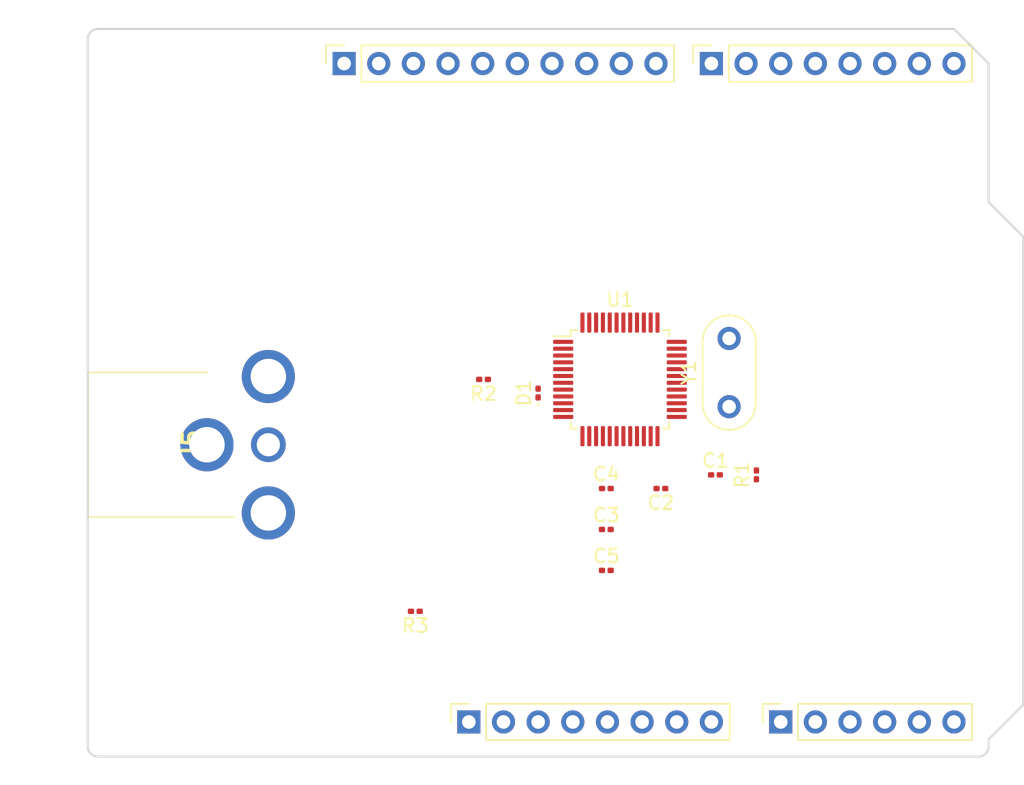
<source format=kicad_pcb>
(kicad_pcb (version 20221018) (generator pcbnew)
  (title_block (date "mar. 31 mars 2015"))
  (layers (0 "F.Cu" signal) (31 "B.Cu" signal) (34 "B.Paste" user) (35 "F.Paste" user) (36 "B.SilkS" user "B.Silkscreen") (37 "F.SilkS" user "F.Silkscreen") (38 "B.Mask" user) (39 "F.Mask" user) (44 "Edge.Cuts" user))
  (net 0 "")
  (net 1 "GND")
  (net 3 "+5V")
  (net 4 "/IOREF")
  (net 5 "/A0")
  (net 6 "/A1")
  (net 7 "/A2")
  (net 8 "/A3")
  (net 9 "/XtalIn")
  (net 10 "/XtalOut")
  (net 11 "/13")
  (net 12 "Net-(D1-A2)")
  (net 13 "/AREF")
  (net 14 "/8")
  (net 15 "/PB03")
  (net 16 "/*11")
  (net 17 "/*10")
  (net 18 "/*9")
  (net 19 "/4")
  (net 20 "/2")
  (net 21 "/*6")
  (net 22 "/*5")
  (net 23 "/PB02")
  (net 24 "/*3")
  (net 25 "/A4")
  (net 26 "+3V3")
  (net 27 "VCC")
  (net 28 "/~{RESET}")
  (net 29 "/A5")
  (net 30 "/PA22")
  (net 31 "/PA23")
  (net 32 "/VideoOut0")
  (net 33 "Net-(J5-In)")
  (footprint "Connector_PinSocket_2.54mm:PinSocket_1x08_P2.54mm_Vertical" (layer "F.Cu") (at 127.94 97.46 90)
    (fp_text reference "J1" hide)
    (fp_text value "Power")
    (fp_line (start -1.33 1.27) (end -1.33 19.11) (stroke (width 0.12)) (layer "F.SilkS"))
    (fp_line (start -1.33 1.27) (end 1.33 1.27) (stroke (width 0.12)) (layer "F.SilkS"))
    (fp_line (start -1.33 19.11) (end 1.33 19.11) (stroke (width 0.12)) (layer "F.SilkS"))
    (fp_line (start 0 -1.33) (end 1.33 -1.33) (stroke (width 0.12)) (layer "F.SilkS"))
    (fp_line (start 1.33 -1.33) (end 1.33 0) (stroke (width 0.12)) (layer "F.SilkS"))
    (fp_line (start 1.33 1.27) (end 1.33 19.11) (stroke (width 0.12)) (layer "F.SilkS"))
    (pad "1" thru_hole rect (at 0 0 90) (size 1.7 1.7) (drill 1) (layers "*.Cu" "*.Mask"))
    (pad "2" thru_hole oval (at 0 2.54 90) (size 1.7 1.7) (drill 1) (layers "*.Cu" "*.Mask") (net 4 "/IOREF"))
    (pad "3" thru_hole oval (at 0 5.08 90) (size 1.7 1.7) (drill 1) (layers "*.Cu" "*.Mask") (net 28 "/~{RESET}"))
    (pad "4" thru_hole oval (at 0 7.62 90) (size 1.7 1.7) (drill 1) (layers "*.Cu" "*.Mask") (net 26 "+3V3"))
    (pad "5" thru_hole oval (at 0 10.16 90) (size 1.7 1.7) (drill 1) (layers "*.Cu" "*.Mask") (net 3 "+5V"))
    (pad "6" thru_hole oval (at 0 12.7 90) (size 1.7 1.7) (drill 1) (layers "*.Cu" "*.Mask") (net 1 "GND"))
    (pad "7" thru_hole oval (at 0 15.24 90) (size 1.7 1.7) (drill 1) (layers "*.Cu" "*.Mask") (net 1 "GND"))
    (pad "8" thru_hole oval (at 0 17.78 90) (size 1.7 1.7) (drill 1) (layers "*.Cu" "*.Mask") (net 27 "VCC"))
  )
  (footprint "Connector_PinSocket_2.54mm:PinSocket_1x06_P2.54mm_Vertical" (layer "F.Cu") (at 150.8 97.46 90)
    (fp_text reference "J3" hide)
    (fp_text value "Analog")
    (fp_line (start -1.33 1.27) (end -1.33 14.03) (stroke (width 0.12)) (layer "F.SilkS"))
    (fp_line (start -1.33 1.27) (end 1.33 1.27) (stroke (width 0.12)) (layer "F.SilkS"))
    (fp_line (start -1.33 14.03) (end 1.33 14.03) (stroke (width 0.12)) (layer "F.SilkS"))
    (fp_line (start 0 -1.33) (end 1.33 -1.33) (stroke (width 0.12)) (layer "F.SilkS"))
    (fp_line (start 1.33 -1.33) (end 1.33 0) (stroke (width 0.12)) (layer "F.SilkS"))
    (fp_line (start 1.33 1.27) (end 1.33 14.03) (stroke (width 0.12)) (layer "F.SilkS"))
    (pad "1" thru_hole rect (at 0 0 90) (size 1.7 1.7) (drill 1) (layers "*.Cu" "*.Mask") (net 5 "/A0"))
    (pad "2" thru_hole oval (at 0 2.54 90) (size 1.7 1.7) (drill 1) (layers "*.Cu" "*.Mask") (net 6 "/A1"))
    (pad "3" thru_hole oval (at 0 5.08 90) (size 1.7 1.7) (drill 1) (layers "*.Cu" "*.Mask") (net 7 "/A2"))
    (pad "4" thru_hole oval (at 0 7.62 90) (size 1.7 1.7) (drill 1) (layers "*.Cu" "*.Mask") (net 8 "/A3"))
    (pad "5" thru_hole oval (at 0 10.16 90) (size 1.7 1.7) (drill 1) (layers "*.Cu" "*.Mask") (net 25 "/A4"))
    (pad "6" thru_hole oval (at 0 12.7 90) (size 1.7 1.7) (drill 1) (layers "*.Cu" "*.Mask") (net 29 "/A5"))
  )
  (footprint "Connector_PinSocket_2.54mm:PinSocket_1x10_P2.54mm_Vertical" (layer "F.Cu") (at 118.796 49.2 90)
    (fp_text reference "J2" hide)
    (fp_text value "Digital/PWM")
    (fp_line (start -1.33 1.27) (end -1.33 24.19) (stroke (width 0.12)) (layer "F.SilkS"))
    (fp_line (start -1.33 1.27) (end 1.33 1.27) (stroke (width 0.12)) (layer "F.SilkS"))
    (fp_line (start -1.33 24.19) (end 1.33 24.19) (stroke (width 0.12)) (layer "F.SilkS"))
    (fp_line (start 0 -1.33) (end 1.33 -1.33) (stroke (width 0.12)) (layer "F.SilkS"))
    (fp_line (start 1.33 -1.33) (end 1.33 0) (stroke (width 0.12)) (layer "F.SilkS"))
    (fp_line (start 1.33 1.27) (end 1.33 24.19) (stroke (width 0.12)) (layer "F.SilkS"))
    (pad "1" thru_hole rect (at 0 0 90) (size 1.7 1.7) (drill 1) (layers "*.Cu" "*.Mask") (net 15 "/PB03"))
    (pad "2" thru_hole oval (at 0 2.54 90) (size 1.7 1.7) (drill 1) (layers "*.Cu" "*.Mask") (net 23 "/PB02"))
    (pad "3" thru_hole oval (at 0 5.08 90) (size 1.7 1.7) (drill 1) (layers "*.Cu" "*.Mask") (net 13 "/AREF"))
    (pad "4" thru_hole oval (at 0 7.62 90) (size 1.7 1.7) (drill 1) (layers "*.Cu" "*.Mask") (net 1 "GND"))
    (pad "5" thru_hole oval (at 0 10.16 90) (size 1.7 1.7) (drill 1) (layers "*.Cu" "*.Mask") (net 11 "/13"))
    (pad "6" thru_hole oval (at 0 12.7 90) (size 1.7 1.7) (drill 1) (layers "*.Cu" "*.Mask") (net 22 "/*5"))
    (pad "7" thru_hole oval (at 0 15.24 90) (size 1.7 1.7) (drill 1) (layers "*.Cu" "*.Mask") (net 16 "/*11"))
    (pad "8" thru_hole oval (at 0 17.78 90) (size 1.7 1.7) (drill 1) (layers "*.Cu" "*.Mask") (net 17 "/*10"))
    (pad "9" thru_hole oval (at 0 20.32 90) (size 1.7 1.7) (drill 1) (layers "*.Cu" "*.Mask") (net 18 "/*9"))
    (pad "10" thru_hole oval (at 0 22.86 90) (size 1.7 1.7) (drill 1) (layers "*.Cu" "*.Mask") (net 14 "/8"))
  )
  (footprint "Connector_PinSocket_2.54mm:PinSocket_1x08_P2.54mm_Vertical" (layer "F.Cu") (at 145.72 49.2 90)
    (fp_text reference "J4" hide)
    (fp_text value "Digital/PWM")
    (fp_line (start -1.33 1.27) (end -1.33 19.11) (stroke (width 0.12)) (layer "F.SilkS"))
    (fp_line (start -1.33 1.27) (end 1.33 1.27) (stroke (width 0.12)) (layer "F.SilkS"))
    (fp_line (start -1.33 19.11) (end 1.33 19.11) (stroke (width 0.12)) (layer "F.SilkS"))
    (fp_line (start 0 -1.33) (end 1.33 -1.33) (stroke (width 0.12)) (layer "F.SilkS"))
    (fp_line (start 1.33 -1.33) (end 1.33 0) (stroke (width 0.12)) (layer "F.SilkS"))
    (fp_line (start 1.33 1.27) (end 1.33 19.11) (stroke (width 0.12)) (layer "F.SilkS"))
    (pad "1" thru_hole rect (at 0 0 90) (size 1.7 1.7) (drill 1) (layers "*.Cu" "*.Mask") (net 11 "/13"))
    (pad "2" thru_hole oval (at 0 2.54 90) (size 1.7 1.7) (drill 1) (layers "*.Cu" "*.Mask") (net 21 "/*6"))
    (pad "3" thru_hole oval (at 0 5.08 90) (size 1.7 1.7) (drill 1) (layers "*.Cu" "*.Mask") (net 22 "/*5"))
    (pad "4" thru_hole oval (at 0 7.62 90) (size 1.7 1.7) (drill 1) (layers "*.Cu" "*.Mask") (net 19 "/4"))
    (pad "5" thru_hole oval (at 0 10.16 90) (size 1.7 1.7) (drill 1) (layers "*.Cu" "*.Mask") (net 24 "/*3"))
    (pad "6" thru_hole oval (at 0 12.7 90) (size 1.7 1.7) (drill 1) (layers "*.Cu" "*.Mask") (net 20 "/2"))
    (pad "7" thru_hole oval (at 0 15.24 90) (size 1.7 1.7) (drill 1) (layers "*.Cu" "*.Mask") (net 30 "/PA22"))
    (pad "8" thru_hole oval (at 0 17.78 90) (size 1.7 1.7) (drill 1) (layers "*.Cu" "*.Mask") (net 31 "/PA23"))
  )
  (footprint "Capacitor_SMD:C_0201_0603Metric" (layer "F.Cu") (at 138.0175 83.35)
    (fp_text reference "C3" (at 0 -1.05) (layer "F.SilkS"))
    (fp_text value "100nF")
    (pad "1" smd roundrect (at -0.32 0) (size 0.46 0.4) (layers "F.Cu" "F.Mask") (net 1 "GND"))
    (pad "2" smd roundrect (at 0.32 0) (size 0.46 0.4) (layers "F.Cu" "F.Mask") (net 26 "+3V3"))
  )
  (footprint "Capacitor_SMD:C_0201_0603Metric" (layer "F.Cu") (at 146.0175 79.35)
    (fp_text reference "C1" (at 0 -1.05) (layer "F.SilkS"))
    (fp_text value "10pF")
    (pad "1" smd roundrect (at -0.32 0) (size 0.46 0.4) (layers "F.Cu" "F.Mask") (net 1 "GND"))
    (pad "2" smd roundrect (at 0.32 0) (size 0.46 0.4) (layers "F.Cu" "F.Mask") (net 9 "/XtalIn"))
  )
  (footprint "Arduino_MountingHole:MountingHole_3.2mm" (layer "F.Cu") (at 115.24 49.2)
    (fp_text reference "MH1" hide)
    (fp_text value "MountingHole_3.2mm" hide)
    (pad "" np_thru_hole circle (at 0 0) (size 3.2 3.2) (drill 3.2) (layers "*.Cu" "*.Mask"))
  )
  (footprint "Package_QFP:LQFP-48_7x7mm_P0.5mm" (layer "F.Cu") (at 139.0175 72.35)
    (fp_text reference "U1" (at 0 -5.85) (layer "F.SilkS"))
    (fp_text value "VS23S010D")
    (fp_line (start -3.61 -3.61) (end -3.61 -3.16) (stroke (width 0.12)) (layer "F.SilkS"))
    (fp_line (start -3.61 -3.16) (end -4.9 -3.16) (stroke (width 0.12)) (layer "F.SilkS"))
    (fp_line (start -3.61 3.61) (end -3.61 3.16) (stroke (width 0.12)) (layer "F.SilkS"))
    (fp_line (start -3.16 -3.61) (end -3.61 -3.61) (stroke (width 0.12)) (layer "F.SilkS"))
    (fp_line (start -3.16 3.61) (end -3.61 3.61) (stroke (width 0.12)) (layer "F.SilkS"))
    (fp_line (start 3.16 -3.61) (end 3.61 -3.61) (stroke (width 0.12)) (layer "F.SilkS"))
    (fp_line (start 3.16 3.61) (end 3.61 3.61) (stroke (width 0.12)) (layer "F.SilkS"))
    (fp_line (start 3.61 -3.61) (end 3.61 -3.16) (stroke (width 0.12)) (layer "F.SilkS"))
    (fp_line (start 3.61 3.61) (end 3.61 3.16) (stroke (width 0.12)) (layer "F.SilkS"))
    (pad "1" smd roundrect (at -4.1625 -2.75) (size 1.475 0.3) (layers "F.Cu" "F.Paste" "F.Mask"))
    (pad "2" smd roundrect (at -4.1625 -2.25) (size 1.475 0.3) (layers "F.Cu" "F.Paste" "F.Mask"))
    (pad "3" smd roundrect (at -4.1625 -1.75) (size 1.475 0.3) (layers "F.Cu" "F.Paste" "F.Mask") (net 22 "/*5"))
    (pad "4" smd roundrect (at -4.1625 -1.25) (size 1.475 0.3) (layers "F.Cu" "F.Paste" "F.Mask") (net 1 "GND"))
    (pad "5" smd roundrect (at -4.1625 -0.75) (size 1.475 0.3) (layers "F.Cu" "F.Paste" "F.Mask"))
    (pad "6" smd roundrect (at -4.1625 -0.25) (size 1.475 0.3) (layers "F.Cu" "F.Paste" "F.Mask"))
    (pad "7" smd roundrect (at -4.1625 0.25) (size 1.475 0.3) (layers "F.Cu" "F.Paste" "F.Mask") (net 32 "/VideoOut0"))
    (pad "8" smd roundrect (at -4.1625 0.75) (size 1.475 0.3) (layers "F.Cu" "F.Paste" "F.Mask"))
    (pad "9" smd roundrect (at -4.1625 1.25) (size 1.475 0.3) (layers "F.Cu" "F.Paste" "F.Mask") (net 1 "GND"))
    (pad "10" smd roundrect (at -4.1625 1.75) (size 1.475 0.3) (layers "F.Cu" "F.Paste" "F.Mask") (net 17 "/*10"))
    (pad "11" smd roundrect (at -4.1625 2.25) (size 1.475 0.3) (layers "F.Cu" "F.Paste" "F.Mask"))
    (pad "12" smd roundrect (at -4.1625 2.75) (size 1.475 0.3) (layers "F.Cu" "F.Paste" "F.Mask"))
    (pad "13" smd roundrect (at -2.75 4.1625) (size 0.3 1.475) (layers "F.Cu" "F.Paste" "F.Mask") (net 1 "GND"))
    (pad "14" smd roundrect (at -2.25 4.1625) (size 0.3 1.475) (layers "F.Cu" "F.Paste" "F.Mask"))
    (pad "15" smd roundrect (at -1.75 4.1625) (size 0.3 1.475) (layers "F.Cu" "F.Paste" "F.Mask"))
    (pad "16" smd roundrect (at -1.25 4.1625) (size 0.3 1.475) (layers "F.Cu" "F.Paste" "F.Mask"))
    (pad "17" smd roundrect (at -0.75 4.1625) (size 0.3 1.475) (layers "F.Cu" "F.Paste" "F.Mask"))
    (pad "18" smd roundrect (at -0.25 4.1625) (size 0.3 1.475) (layers "F.Cu" "F.Paste" "F.Mask") (net 26 "+3V3"))
    (pad "19" smd roundrect (at 0.25 4.1625) (size 0.3 1.475) (layers "F.Cu" "F.Paste" "F.Mask") (net 14 "/8"))
    (pad "20" smd roundrect (at 0.75 4.1625) (size 0.3 1.475) (layers "F.Cu" "F.Paste" "F.Mask") (net 18 "/*9"))
    (pad "21" smd roundrect (at 1.25 4.1625) (size 0.3 1.475) (layers "F.Cu" "F.Paste" "F.Mask") (net 6 "/A1"))
    (pad "22" smd roundrect (at 1.75 4.1625) (size 0.3 1.475) (layers "F.Cu" "F.Paste" "F.Mask") (net 7 "/A2"))
    (pad "23" smd roundrect (at 2.25 4.1625) (size 0.3 1.475) (layers "F.Cu" "F.Paste" "F.Mask") (net 8 "/A3"))
    (pad "24" smd roundrect (at 2.75 4.1625) (size 0.3 1.475) (layers "F.Cu" "F.Paste" "F.Mask") (net 11 "/13"))
    (pad "25" smd roundrect (at 4.1625 2.75) (size 1.475 0.3) (layers "F.Cu" "F.Paste" "F.Mask"))
    (pad "26" smd roundrect (at 4.1625 2.25) (size 1.475 0.3) (layers "F.Cu" "F.Paste" "F.Mask"))
    (pad "27" smd roundrect (at 4.1625 1.75) (size 1.475 0.3) (layers "F.Cu" "F.Paste" "F.Mask"))
    (pad "28" smd roundrect (at 4.1625 1.25) (size 1.475 0.3) (layers "F.Cu" "F.Paste" "F.Mask"))
    (pad "29" smd roundrect (at 4.1625 0.75) (size 1.475 0.3) (layers "F.Cu" "F.Paste" "F.Mask") (net 1 "GND"))
    (pad "30" smd roundrect (at 4.1625 0.25) (size 1.475 0.3) (layers "F.Cu" "F.Paste" "F.Mask") (net 21 "/*6"))
    (pad "31" smd roundrect (at 4.1625 -0.25) (size 1.475 0.3) (layers "F.Cu" "F.Paste" "F.Mask") (net 16 "/*11"))
    (pad "32" smd roundrect (at 4.1625 -0.75) (size 1.475 0.3) (layers "F.Cu" "F.Paste" "F.Mask") (net 9 "/XtalIn"))
    (pad "33" smd roundrect (at 4.1625 -1.25) (size 1.475 0.3) (layers "F.Cu" "F.Paste" "F.Mask") (net 10 "/XtalOut"))
    (pad "34" smd roundrect (at 4.1625 -1.75) (size 1.475 0.3) (layers "F.Cu" "F.Paste" "F.Mask"))
    (pad "35" smd roundrect (at 4.1625 -2.25) (size 1.475 0.3) (layers "F.Cu" "F.Paste" "F.Mask"))
    (pad "36" smd roundrect (at 4.1625 -2.75) (size 1.475 0.3) (layers "F.Cu" "F.Paste" "F.Mask"))
    (pad "37" smd roundrect (at 2.75 -4.1625) (size 0.3 1.475) (layers "F.Cu" "F.Paste" "F.Mask"))
    (pad "38" smd roundrect (at 2.25 -4.1625) (size 0.3 1.475) (layers "F.Cu" "F.Paste" "F.Mask") (net 26 "+3V3"))
    (pad "39" smd roundrect (at 1.75 -4.1625) (size 0.3 1.475) (layers "F.Cu" "F.Paste" "F.Mask"))
    (pad "40" smd roundrect (at 1.25 -4.1625) (size 0.3 1.475) (layers "F.Cu" "F.Paste" "F.Mask") (net 28 "/~{RESET}"))
    (pad "41" smd roundrect (at 0.75 -4.1625) (size 0.3 1.475) (layers "F.Cu" "F.Paste" "F.Mask") (net 30 "/PA22"))
    (pad "42" smd roundrect (at 0.25 -4.1625) (size 0.3 1.475) (layers "F.Cu" "F.Paste" "F.Mask") (net 31 "/PA23"))
    (pad "43" smd roundrect (at -0.25 -4.1625) (size 0.3 1.475) (layers "F.Cu" "F.Paste" "F.Mask"))
    (pad "44" smd roundrect (at -0.75 -4.1625) (size 0.3 1.475) (layers "F.Cu" "F.Paste" "F.Mask") (net 26 "+3V3"))
    (pad "45" smd roundrect (at -1.25 -4.1625) (size 0.3 1.475) (layers "F.Cu" "F.Paste" "F.Mask"))
    (pad "46" smd roundrect (at -1.75 -4.1625) (size 0.3 1.475) (layers "F.Cu" "F.Paste" "F.Mask") (net 5 "/A0"))
    (pad "47" smd roundrect (at -2.25 -4.1625) (size 0.3 1.475) (layers "F.Cu" "F.Paste" "F.Mask") (net 1 "GND"))
    (pad "48" smd roundrect (at -2.75 -4.1625) (size 0.3 1.475) (layers "F.Cu" "F.Paste" "F.Mask") (net 19 "/4"))
  )
  (footprint "RCA_Connector:RCJ014" (layer "F.Cu") (at 113.245 77.14 90)
    (fp_text reference "J5" (at 0 -5.625 90) (layer "F.SilkS") (effects (font (size 1.27 1.27) (thickness 0.254))))
    (fp_text value "Video Out" hide)
    (fp_line (start -5.3 -13.2) (end 5 -13.2) (stroke (width 0.1)) (layer "F.SilkS"))
    (fp_line (start -5.3 -2.45) (end -5.3 -13.2) (stroke (width 0.1)) (layer "F.SilkS"))
    (fp_line (start 5 -13.2) (end 5.3 -13.2) (stroke (width 0.1)) (layer "F.SilkS"))
    (fp_line (start 5.3 -13.2) (end 5.3 -4.45) (stroke (width 0.1)) (layer "F.SilkS"))
    (pad "1" thru_hole circle locked (at 0 0 90) (size 2.55 2.55) (drill 1.7) (layers "*.Cu" "*.Mask") (net 33 "Net-(J5-In)"))
    (pad "A2" thru_hole circle locked (at -5 0 90) (size 3.9 3.9) (drill 2.6) (layers "*.Cu" "*.Mask"))
    (pad "B2" thru_hole circle locked (at 0 -4.5 90) (size 3.9 3.9) (drill 2.6) (layers "*.Cu" "*.Mask"))
    (pad "C2" thru_hole circle locked (at 5 0 90) (size 3.9 3.9) (drill 2.6) (layers "*.Cu" "*.Mask"))
  )
  (footprint "Capacitor_SMD:C_0201_0603Metric" (layer "F.Cu") (at 138.0175 80.35)
    (fp_text reference "C4" (at 0 -1.05) (layer "F.SilkS"))
    (fp_text value "100nF")
    (pad "1" smd roundrect (at -0.32 0) (size 0.46 0.4) (layers "F.Cu" "F.Mask") (net 1 "GND"))
    (pad "2" smd roundrect (at 0.32 0) (size 0.46 0.4) (layers "F.Cu" "F.Mask") (net 26 "+3V3"))
  )
  (footprint "Capacitor_SMD:C_0201_0603Metric" (layer "F.Cu") (at 138.0175 86.35)
    (fp_text reference "C5" (at 0 -1.05) (layer "F.SilkS"))
    (fp_text value "10uF")
    (pad "1" smd roundrect (at -0.32 0) (size 0.46 0.4) (layers "F.Cu" "F.Mask") (net 1 "GND"))
    (pad "2" smd roundrect (at 0.32 0) (size 0.46 0.4) (layers "F.Cu" "F.Mask") (net 26 "+3V3"))
  )
  (footprint "Resistor_SMD:R_0201_0603Metric" (layer "F.Cu") (at 149.0175 79.35 90)
    (fp_text reference "R1" (at 0 -1.05 90) (layer "F.SilkS"))
    (fp_text value "1M")
    (pad "1" smd roundrect (at -0.32 0 90) (size 0.46 0.4) (layers "F.Cu" "F.Mask") (net 9 "/XtalIn"))
    (pad "2" smd roundrect (at 0.32 0 90) (size 0.46 0.4) (layers "F.Cu" "F.Mask") (net 10 "/XtalOut"))
  )
  (footprint "Crystal:Resonator-2Pin_W8.0mm_H3.5mm" (layer "F.Cu") (at 147.0175 74.35 90)
    (fp_text reference "Y1" (at 2.5 -2.95 90) (layer "F.SilkS"))
    (fp_text value "4.433618MHz")
    (fp_line (start 0.25 -1.95) (end 4.75 -1.95) (stroke (width 0.12)) (layer "F.SilkS"))
    (fp_line (start 0.25 1.95) (end 4.75 1.95) (stroke (width 0.12)) (layer "F.SilkS"))
    (fp_arc (start 0.25 1.95) (mid -1.7 0) (end 0.25 -1.95) (stroke (width 0.12)) (layer "F.SilkS"))
    (fp_arc (start 4.75 -1.95) (mid 6.7 0) (end 4.75 1.95) (stroke (width 0.12)) (layer "F.SilkS"))
    (pad "1" thru_hole circle (at 0 0 90) (size 1.7 1.7) (drill 1) (layers "*.Cu" "*.Mask") (net 9 "/XtalIn"))
    (pad "2" thru_hole circle (at 5 0 90) (size 1.7 1.7) (drill 1) (layers "*.Cu" "*.Mask") (net 10 "/XtalOut"))
  )
  (footprint "Diode_SMD:D_0201_0603Metric" (layer "F.Cu") (at 133.0175 73.35 90)
    (fp_text reference "D1" (at 0 -1.05 90) (layer "F.SilkS"))
    (fp_text value "CG0603MLA")
    (fp_circle (center -0.86 0) (end -0.81 0) (stroke (width 0.1)) (fill none) (layer "F.SilkS"))
    (pad "1" smd roundrect (at -0.32 0 90) (size 0.46 0.4) (layers "F.Cu" "F.Mask") (net 1 "GND"))
    (pad "2" smd roundrect (at 0.32 0 90) (size 0.46 0.4) (layers "F.Cu" "F.Mask") (net 12 "Net-(D1-A2)"))
  )
  (footprint "Capacitor_SMD:C_0201_0603Metric" (layer "F.Cu") (at 142.0175 80.35 180)
    (fp_text reference "C2" (at 0 -1.05) (layer "F.SilkS"))
    (fp_text value "10pF")
    (pad "1" smd roundrect (at -0.32 0 180) (size 0.46 0.4) (layers "F.Cu" "F.Mask") (net 1 "GND"))
    (pad "2" smd roundrect (at 0.32 0 180) (size 0.46 0.4) (layers "F.Cu" "F.Mask") (net 10 "/XtalOut"))
  )
  (footprint "Arduino_MountingHole:MountingHole_3.2mm" (layer "F.Cu") (at 113.97 97.46)
    (fp_text reference "MH2" hide)
    (fp_text value "MountingHole_3.2mm" hide)
    (pad "" np_thru_hole circle (at 0 0) (size 3.2 3.2) (drill 3.2) (layers "*.Cu" "*.Mask"))
  )
  (footprint "Resistor_SMD:R_0201_0603Metric" (layer "F.Cu") (at 129.0175 72.35 180)
    (fp_text reference "R2" (at 0 -1.05) (layer "F.SilkS"))
    (fp_text value "22")
    (pad "1" smd roundrect (at -0.32 0 180) (size 0.46 0.4) (layers "F.Cu" "F.Mask") (net 32 "/VideoOut0"))
    (pad "2" smd roundrect (at 0.32 0 180) (size 0.46 0.4) (layers "F.Cu" "F.Mask") (net 12 "Net-(D1-A2)"))
  )
  (footprint "Arduino_MountingHole:MountingHole_3.2mm" (layer "F.Cu") (at 166.04 64.44)
    (fp_text reference "MH3" hide)
    (fp_text value "MountingHole_3.2mm" hide)
    (pad "" np_thru_hole circle (at 0 0) (size 3.2 3.2) (drill 3.2) (layers "*.Cu" "*.Mask"))
  )
  (footprint "Arduino_MountingHole:MountingHole_3.2mm" (layer "F.Cu") (at 166.04 92.38)
    (fp_text reference "MH4" hide)
    (fp_text value "MountingHole_3.2mm" hide)
    (pad "" np_thru_hole circle (at 0 0) (size 3.2 3.2) (drill 3.2) (layers "*.Cu" "*.Mask"))
  )
  (footprint "Resistor_SMD:R_0201_0603Metric" (layer "F.Cu") (at 124.0175 89.35 180)
    (fp_text reference "R3" (at 0 -1.05) (layer "F.SilkS"))
    (fp_text value "22")
    (pad "1" smd roundrect (at -0.32 0 180) (size 0.46 0.4) (layers "F.Cu" "F.Mask") (net 12 "Net-(D1-A2)"))
    (pad "2" smd roundrect (at 0.32 0 180) (size 0.46 0.4) (layers "F.Cu" "F.Mask") (net 33 "Net-(J5-In)"))
  )
  (gr_line (start 166.04 59.36) (end 168.58 61.9) (stroke (width 0.15)) (layer "Edge.Cuts"))
  (gr_line (start 100 99.238) (end 100 47.422) (stroke (width 0.15)) (layer "Edge.Cuts"))
  (gr_line (start 168.58 61.9) (end 168.58 96.19) (stroke (width 0.15)) (layer "Edge.Cuts"))
  (gr_line (start 165.278 100) (end 100.762 100) (stroke (width 0.15)) (layer "Edge.Cuts"))
  (gr_line (start 100.762 46.66) (end 163.5 46.66) (stroke (width 0.15)) (layer "Edge.Cuts"))
  (gr_arc (start 100.762 100) (mid 100.223185 99.776815) (end 100 99.238) (stroke (width 0.15)) (layer "Edge.Cuts"))
  (gr_line (start 168.58 96.19) (end 166.04 98.73) (stroke (width 0.15)) (layer "Edge.Cuts"))
  (gr_line (start 163.5 46.66) (end 166.04 49.2) (stroke (width 0.15)) (layer "Edge.Cuts"))
  (gr_arc (start 166.04 99.238) (mid 165.816815 99.776815) (end 165.278 100) (stroke (width 0.15)) (layer "Edge.Cuts"))
  (gr_line (start 166.04 49.2) (end 166.04 59.36) (stroke (width 0.15)) (layer "Edge.Cuts"))
  (gr_line (start 166.04 98.73) (end 166.04 99.238) (stroke (width 0.15)) (layer "Edge.Cuts"))
  (gr_arc (start 100 47.422) (mid 100.223185 46.883185) (end 100.762 46.66) (stroke (width 0.15)) (layer "Edge.Cuts"))
)
</source>
